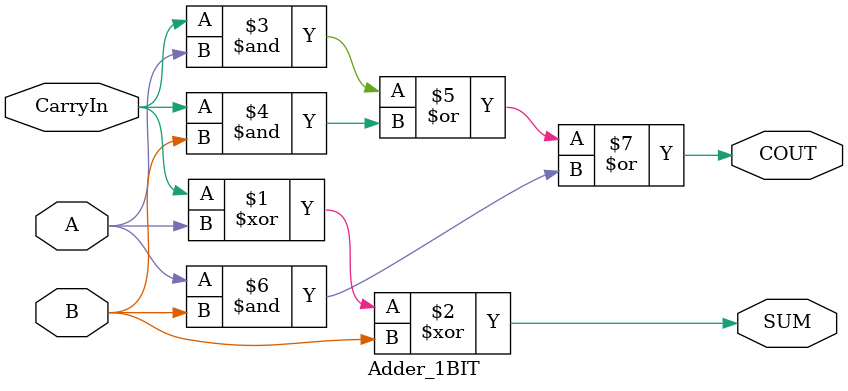
<source format=v>
`timescale 1ns / 1ps


module Adder_1BIT (
	input A,
	input B,
	input CarryIn,
	output SUM,
	output COUT
);

assign SUM = CarryIn ^ A ^ B;
assign COUT = CarryIn & A | CarryIn & B | A & B ;    
    
endmodule
</source>
